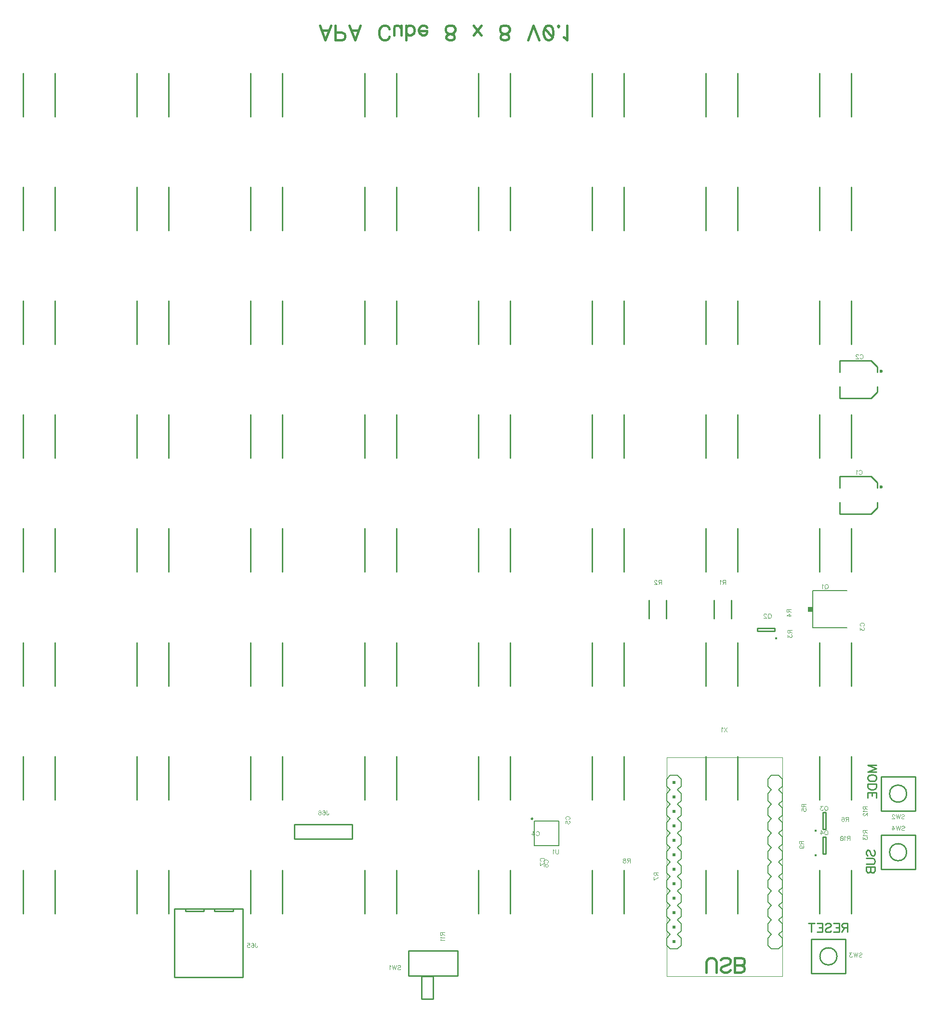
<source format=gbr>
G04 DipTrace 3.2.0.1*
G04 BottomSilk.gbr*
%MOIN*%
G04 #@! TF.FileFunction,Legend,Bot*
G04 #@! TF.Part,Single*
%ADD10C,0.009843*%
%ADD18C,0.023606*%
%ADD29C,0.008*%
%ADD33C,0.015404*%
%ADD35C,0.015422*%
%ADD43C,0.005*%
%ADD44C,0.01*%
%ADD48C,0.001312*%
%ADD111C,0.004632*%
%ADD112C,0.009264*%
%ADD113C,0.015439*%
%FSLAX26Y26*%
G04*
G70*
G90*
G75*
G01*
G04 BotSilk*
%LPD*%
X6530140Y3861421D2*
D10*
X6530107Y3780714D1*
X6530140Y3861421D2*
X6746645D1*
X6789939Y3818106D2*
X6746645Y3861421D1*
X6789939Y3818106D2*
Y3780714D1*
X6530107Y3682286D2*
X6530140Y3601579D1*
X6746645D1*
X6789939Y3644894D2*
X6746645Y3601579D1*
X6789939Y3682286D2*
Y3644894D1*
D18*
X6813594Y3788574D3*
X6530140Y4661421D2*
D10*
X6530107Y4580714D1*
X6530140Y4661421D2*
X6746645D1*
X6789939Y4618106D2*
X6746645Y4661421D1*
X6789939Y4618106D2*
Y4580714D1*
X6530107Y4482286D2*
X6530140Y4401579D1*
X6746645D1*
X6789939Y4444894D2*
X6746645Y4401579D1*
X6789939Y4482286D2*
Y4444894D1*
D18*
X6813594Y4588574D3*
X6609906Y1138106D2*
D10*
Y838083D1*
X6389906Y1138106D2*
Y838083D1*
X5822504Y1138106D2*
Y838083D1*
X5602504Y1138106D2*
Y838083D1*
X5035102Y1138106D2*
Y838083D1*
X4815102Y1138106D2*
Y838083D1*
X4247701Y1138106D2*
Y838083D1*
X4027701Y1138106D2*
Y838083D1*
X3460299Y1138106D2*
Y838083D1*
X3240299Y1138106D2*
Y838083D1*
X2672898Y1138106D2*
Y838083D1*
X2452898Y1138106D2*
Y838083D1*
X1885496Y1138106D2*
Y838083D1*
X1665496Y1138106D2*
Y838083D1*
X1098094Y1138106D2*
Y838083D1*
X878094Y1138106D2*
Y838083D1*
X6609906Y1925507D2*
Y1625485D1*
X6389906Y1925507D2*
Y1625485D1*
X5822504Y1925507D2*
Y1625485D1*
X5602504Y1925507D2*
Y1625485D1*
X5035102Y1925507D2*
Y1625485D1*
X4815102Y1925507D2*
Y1625485D1*
X4247701Y1925507D2*
Y1625485D1*
X4027701Y1925507D2*
Y1625485D1*
X3460299Y1925507D2*
Y1625485D1*
X3240299Y1925507D2*
Y1625485D1*
X2672898Y1925507D2*
Y1625485D1*
X2452898Y1925507D2*
Y1625485D1*
X1885496Y1925507D2*
Y1625485D1*
X1665496Y1925507D2*
Y1625485D1*
X1098094Y1925507D2*
Y1625485D1*
X878094Y1925507D2*
Y1625485D1*
X6609906Y2712909D2*
Y2412886D1*
X6389906Y2712909D2*
Y2412886D1*
X5822504Y2712909D2*
Y2412886D1*
X5602504Y2712909D2*
Y2412886D1*
X5035102Y2712909D2*
Y2412886D1*
X4815102Y2712909D2*
Y2412886D1*
X4247701Y2712909D2*
Y2412886D1*
X4027701Y2712909D2*
Y2412886D1*
X3460299Y2712909D2*
Y2412886D1*
X3240299Y2712909D2*
Y2412886D1*
X2672898Y2712909D2*
Y2412886D1*
X2452898Y2712909D2*
Y2412886D1*
X1885496Y2712909D2*
Y2412886D1*
X1665496Y2712909D2*
Y2412886D1*
X1098094Y2712909D2*
Y2412886D1*
X878094Y2712909D2*
Y2412886D1*
X6609906Y3500310D2*
Y3200288D1*
X6389906Y3500310D2*
Y3200288D1*
X5822504Y3500310D2*
Y3200288D1*
X5602504Y3500310D2*
Y3200288D1*
X5035102Y3500310D2*
Y3200288D1*
X4815102Y3500310D2*
Y3200288D1*
X4247701Y3500310D2*
Y3200288D1*
X4027701Y3500310D2*
Y3200288D1*
X3460299Y3500310D2*
Y3200288D1*
X3240299Y3500310D2*
Y3200288D1*
X2672898Y3500310D2*
Y3200288D1*
X2452898Y3500310D2*
Y3200288D1*
X1885496Y3500310D2*
Y3200288D1*
X1665496Y3500310D2*
Y3200288D1*
X1098094Y3500310D2*
Y3200288D1*
X878094Y3500310D2*
Y3200288D1*
X6609906Y4287712D2*
Y3987690D1*
X6389906Y4287712D2*
Y3987690D1*
X5822504Y4287712D2*
Y3987690D1*
X5602504Y4287712D2*
Y3987690D1*
X5035102Y4287712D2*
Y3987690D1*
X4815102Y4287712D2*
Y3987690D1*
X4247701Y4287712D2*
Y3987690D1*
X4027701Y4287712D2*
Y3987690D1*
X3460299Y4287712D2*
Y3987690D1*
X3240299Y4287712D2*
Y3987690D1*
X2672898Y4287712D2*
Y3987690D1*
X2452898Y4287712D2*
Y3987690D1*
X1885496Y4287712D2*
Y3987690D1*
X1665496Y4287712D2*
Y3987690D1*
X1098094Y4287712D2*
Y3987690D1*
X878094Y4287712D2*
Y3987690D1*
X6609906Y5075114D2*
Y4775091D1*
X6389906Y5075114D2*
Y4775091D1*
X5822504Y5075114D2*
Y4775091D1*
X5602504Y5075114D2*
Y4775091D1*
X5035102Y5075114D2*
Y4775091D1*
X4815102Y5075114D2*
Y4775091D1*
X4247701Y5075114D2*
Y4775091D1*
X4027701Y5075114D2*
Y4775091D1*
X3460299Y5075114D2*
Y4775091D1*
X3240299Y5075114D2*
Y4775091D1*
X2672898Y5075114D2*
Y4775091D1*
X2452898Y5075114D2*
Y4775091D1*
X1885496Y5075114D2*
Y4775091D1*
X1665496Y5075114D2*
Y4775091D1*
X1098094Y5075114D2*
Y4775091D1*
X878094Y5075114D2*
Y4775091D1*
X6609906Y5862515D2*
Y5562493D1*
X6389906Y5862515D2*
Y5562493D1*
X5822504Y5862515D2*
Y5562493D1*
X5602504Y5862515D2*
Y5562493D1*
X5035102Y5862515D2*
Y5562493D1*
X4815102Y5862515D2*
Y5562493D1*
X4247701Y5862515D2*
Y5562493D1*
X4027701Y5862515D2*
Y5562493D1*
X3460299Y5862515D2*
Y5562493D1*
X3240299Y5862515D2*
Y5562493D1*
X2672898Y5862515D2*
Y5562493D1*
X2452898Y5862515D2*
Y5562493D1*
X1885496Y5862515D2*
Y5562493D1*
X1665496Y5862515D2*
Y5562493D1*
X1098094Y5862515D2*
Y5562493D1*
X878094Y5862515D2*
Y5562493D1*
X6609906Y6649917D2*
Y6349894D1*
X6389906Y6649917D2*
Y6349894D1*
X5822504Y6649917D2*
Y6349894D1*
X5602504Y6649917D2*
Y6349894D1*
X5035102Y6649917D2*
Y6349894D1*
X4815102Y6649917D2*
Y6349894D1*
X4247701Y6649917D2*
Y6349894D1*
X4027701Y6649917D2*
Y6349894D1*
X3460299Y6649917D2*
Y6349894D1*
X3240299Y6649917D2*
Y6349894D1*
X2672898Y6649917D2*
Y6349894D1*
X2452898Y6649917D2*
Y6349894D1*
X1885496Y6649917D2*
Y6349894D1*
X1665496Y6649917D2*
Y6349894D1*
X1098094Y6649917D2*
Y6349894D1*
X878094Y6649917D2*
Y6349894D1*
X2398971Y872220D2*
X1926530D1*
Y399780D1*
X2398971D1*
Y872220D1*
X2000751Y870000D2*
Y856016D1*
X2128735D1*
Y870000D1*
X2202766D2*
Y856016D1*
X2330751D1*
Y870000D1*
X3156518Y1456505D2*
X2756482D1*
Y1356500D1*
X3156518D1*
Y1456505D1*
X6579428Y3071628D2*
D29*
X6343435D1*
Y2813606D1*
X6579428Y2813632D1*
G36*
X6309438Y2925625D2*
X6339466D1*
Y2959609D1*
X6309438D1*
Y2925625D1*
G37*
D33*
X6087349Y2741791D3*
X6078148Y2791933D2*
D10*
X5960043D1*
Y2811618D1*
X6078148D1*
Y2791933D1*
D35*
X6360540Y1411621D3*
X6410682Y1420822D2*
D10*
Y1538927D1*
X6430368D1*
Y1420822D1*
X6410682D1*
D35*
X6360540Y1242870D3*
X6410682Y1252071D2*
D10*
Y1370176D1*
X6430368D1*
Y1252071D1*
X6410682D1*
X5778087Y2878807D2*
Y3004665D1*
X5659913Y2878807D2*
Y3004665D1*
X5328087Y2878807D2*
Y3004665D1*
X5209913Y2878807D2*
Y3004665D1*
X3545969Y580614D2*
X3884551D1*
Y407398D1*
X3545969D1*
Y580614D1*
X3715260Y406203D2*
X3636520D1*
Y248719D1*
X3715260D1*
Y406203D1*
X7050693Y1549803D2*
X6814472D1*
Y1786031D1*
X7050693D1*
Y1549803D1*
X6873528Y1667917D2*
G02X6873528Y1667917I59055J0D01*
G01*
X6332382Y424807D2*
X6568610D1*
Y661028D1*
X6332382D1*
Y424807D1*
X6391439Y542917D2*
G02X6391439Y542917I59057J0D01*
G01*
X7050693Y1144882D2*
X6814472D1*
Y1381110D1*
X7050693D1*
Y1144882D1*
X6873528Y1262996D2*
G02X6873528Y1262996I59055J0D01*
G01*
X4584751Y1478353D2*
D43*
X4415454D1*
Y1309056D1*
X4584751D1*
Y1478353D1*
X4395764Y1494098D2*
G02X4395764Y1494098I3946J0D01*
G01*
X4394144D2*
D44*
G02X4394144Y1494098I5566J0D01*
G01*
X5431442Y1218945D2*
D29*
Y1269090D1*
X5406512Y1293994D1*
X5356472D2*
X5331542Y1269090D1*
X5406512Y1093918D2*
X5431442Y1118990D1*
Y1168967D1*
X5406512Y1194040D1*
X5356472D2*
X5331542Y1168967D1*
Y1118990D1*
X5356472Y1093918D1*
X5431442Y1218945D2*
X5406512Y1194040D1*
X5356472D2*
X5331542Y1218945D1*
Y1269090D2*
Y1218945D1*
X5431442Y918913D2*
Y969059D1*
X5406512Y993963D1*
X5356472D2*
X5331542Y969059D1*
X5406512Y993963D2*
X5431442Y1018868D1*
Y1069013D1*
X5406512Y1093918D1*
X5356472D2*
X5331542Y1069013D1*
Y1018868D1*
X5356472Y993963D1*
X5406512Y794055D2*
X5431442Y818959D1*
Y869105D1*
X5406512Y894009D1*
X5356472D2*
X5331542Y869105D1*
Y818959D1*
X5356472Y794055D1*
X5431442Y918913D2*
X5406512Y894009D1*
X5356472D2*
X5331542Y918913D1*
Y969059D2*
Y918913D1*
X5431442Y618882D2*
Y669028D1*
X5406512Y693932D1*
X5356472D2*
X5331542Y669028D1*
X5406512Y693932D2*
X5431442Y719005D1*
Y768982D1*
X5406512Y794055D1*
X5356472D2*
X5331542Y768982D1*
Y719005D1*
X5356472Y693932D1*
X5406512Y593810D2*
X5356472D1*
X5431442Y618882D2*
X5406512Y593810D1*
X5356472D2*
X5331542Y618882D1*
Y669028D2*
Y618882D1*
X5431442Y1319067D2*
Y1369044D1*
X5406512Y1394117D1*
X5356472D2*
X5331542Y1369044D1*
X5431442Y1319067D2*
X5406512Y1293994D1*
X5356472D2*
X5331542Y1319067D1*
Y1369044D2*
Y1319067D1*
X5431442Y1419021D2*
Y1468999D1*
X5406512Y1494071D1*
X5356472D2*
X5331542Y1468999D1*
X5431442Y1419021D2*
X5406512Y1394117D1*
X5356472D2*
X5331542Y1419021D1*
Y1468999D2*
Y1419021D1*
X5431442Y1518976D2*
Y1568953D1*
X5406512Y1594026D1*
X5356472D2*
X5331542Y1568953D1*
X5431442Y1518976D2*
X5406512Y1494071D1*
X5356472D2*
X5331542Y1518976D1*
Y1568953D2*
Y1518976D1*
X5431442Y1619098D2*
Y1668907D1*
X5406512Y1693980D1*
X5356472D2*
X5331542Y1668907D1*
X5431442Y1619098D2*
X5406512Y1594026D1*
X5356472D2*
X5331542Y1619098D1*
Y1668907D2*
Y1619098D1*
X5431442Y1719053D2*
Y1769030D1*
X5406512Y1793934D1*
X5356472D1*
X5331542Y1769030D1*
X5431442Y1719053D2*
X5406512Y1693980D1*
X5356472D2*
X5331542Y1719053D1*
Y1769030D2*
Y1719053D1*
G36*
X5371502Y1233921D2*
X5391482D1*
Y1253945D1*
X5371502D1*
Y1233921D1*
G37*
G36*
Y1133967D2*
X5391482D1*
Y1153991D1*
X5371502D1*
Y1133967D1*
G37*
G36*
Y1034012D2*
X5391482D1*
Y1054037D1*
X5371502D1*
Y1034012D1*
G37*
G36*
Y933890D2*
X5391482D1*
Y954082D1*
X5371502D1*
Y933890D1*
G37*
G36*
Y833767D2*
X5391482D1*
Y853960D1*
X5371502D1*
Y833767D1*
G37*
G36*
Y733981D2*
X5391482D1*
Y754006D1*
X5371502D1*
Y733981D1*
G37*
G36*
Y634027D2*
X5391482D1*
Y654051D1*
X5371502D1*
Y634027D1*
G37*
G36*
Y1333875D2*
X5391482D1*
Y1353900D1*
X5371502D1*
Y1333875D1*
G37*
G36*
Y1433998D2*
X5391482D1*
Y1454022D1*
X5371502D1*
Y1433998D1*
G37*
G36*
Y1533952D2*
X5391482D1*
Y1553977D1*
X5371502D1*
Y1533952D1*
G37*
G36*
Y1634075D2*
X5391482D1*
Y1653931D1*
X5371502D1*
Y1634075D1*
G37*
G36*
Y1734029D2*
X5391482D1*
Y1754053D1*
X5371502D1*
Y1734029D1*
G37*
X6131462Y1218945D2*
D29*
Y1269090D1*
X6106442Y1293994D1*
X6056402D2*
X6031382Y1269090D1*
X6106442Y1093918D2*
X6131462Y1118990D1*
Y1168967D1*
X6106442Y1194040D1*
X6056402D2*
X6031382Y1168967D1*
Y1118990D1*
X6056402Y1093918D1*
X6131462Y1218945D2*
X6106442Y1194040D1*
X6056402D2*
X6031382Y1218945D1*
Y1269090D2*
Y1218945D1*
X6131462Y918913D2*
Y969059D1*
X6106442Y993963D1*
X6056402D2*
X6031382Y969059D1*
X6106442Y993963D2*
X6131462Y1018868D1*
Y1069013D1*
X6106442Y1093918D1*
X6056402D2*
X6031382Y1069013D1*
Y1018868D1*
X6056402Y993963D1*
X6106442Y794055D2*
X6131462Y818959D1*
Y869105D1*
X6106442Y894009D1*
X6056402D2*
X6031382Y869105D1*
Y818959D1*
X6056402Y794055D1*
X6131462Y918913D2*
X6106442Y894009D1*
X6056402D2*
X6031382Y918913D1*
Y969059D2*
Y918913D1*
X6131462Y618882D2*
Y669028D1*
X6106442Y693932D1*
X6056402D2*
X6031382Y669028D1*
X6106442Y693932D2*
X6131462Y719005D1*
Y768982D1*
X6106442Y794055D1*
X6056402D2*
X6031382Y768982D1*
Y719005D1*
X6056402Y693932D1*
X6106442Y593810D2*
X6056402D1*
X6131462Y618882D2*
X6106442Y593810D1*
X6056402D2*
X6031382Y618882D1*
Y669028D2*
Y618882D1*
X6131462Y1319067D2*
Y1369044D1*
X6106442Y1394117D1*
X6056402D2*
X6031382Y1369044D1*
X6131462Y1319067D2*
X6106442Y1293994D1*
X6056402D2*
X6031382Y1319067D1*
Y1369044D2*
Y1319067D1*
X6131462Y1419021D2*
Y1468999D1*
X6106442Y1494071D1*
X6056402D2*
X6031382Y1468999D1*
X6131462Y1419021D2*
X6106442Y1394117D1*
X6056402D2*
X6031382Y1419021D1*
Y1468999D2*
Y1419021D1*
X6131462Y1518976D2*
Y1568953D1*
X6106442Y1594026D1*
X6056402D2*
X6031382Y1568953D1*
X6131462Y1518976D2*
X6106442Y1494071D1*
X6056402D2*
X6031382Y1518976D1*
Y1568953D2*
Y1518976D1*
X6131462Y1619098D2*
Y1668907D1*
X6106442Y1693980D1*
X6056402D2*
X6031382Y1668907D1*
X6131462Y1619098D2*
X6106442Y1594026D1*
X6056402D2*
X6031382Y1619098D1*
Y1668907D2*
Y1619098D1*
X6131462Y1719053D2*
Y1769030D1*
X6106442Y1793934D1*
X6056402D1*
X6031382Y1769030D1*
X6131462Y1719053D2*
X6106442Y1693980D1*
X6056402D2*
X6031382Y1719053D1*
Y1769030D2*
Y1719053D1*
X6131822Y403997D2*
D48*
X5331902D1*
Y1918961D1*
X6131822D1*
Y403997D1*
X6660957Y3898192D2*
D111*
X6662383Y3901044D1*
X6665268Y3903929D1*
X6668120Y3905355D1*
X6673857D1*
X6676742Y3903929D1*
X6679594Y3901044D1*
X6681053Y3898192D1*
X6682479Y3893881D1*
Y3886685D1*
X6681053Y3882407D1*
X6679594Y3879522D1*
X6676742Y3876670D1*
X6673857Y3875211D1*
X6668120D1*
X6665268Y3876670D1*
X6662383Y3879522D1*
X6660957Y3882407D1*
X6651693Y3899585D2*
X6648808Y3901044D1*
X6644497Y3905322D1*
Y3875211D1*
X6667407Y4698192D2*
X6668833Y4701044D1*
X6671718Y4703929D1*
X6674570Y4705355D1*
X6680307D1*
X6683192Y4703929D1*
X6686044Y4701044D1*
X6687503Y4698192D1*
X6688929Y4693881D1*
Y4686685D1*
X6687503Y4682407D1*
X6686044Y4679522D1*
X6683192Y4676670D1*
X6680307Y4675211D1*
X6674570D1*
X6671718Y4676670D1*
X6668833Y4679522D1*
X6667407Y4682407D1*
X6656684Y4698159D2*
Y4699585D1*
X6655258Y4702470D1*
X6653832Y4703896D1*
X6650947Y4705322D1*
X6645210D1*
X6642358Y4703896D1*
X6640933Y4702470D1*
X6639473Y4699585D1*
Y4696733D1*
X6640933Y4693848D1*
X6643784Y4689570D1*
X6658143Y4675211D1*
X6638047D1*
X6675044Y2826954D2*
X6672192Y2828380D1*
X6669307Y2831265D1*
X6667881Y2834117D1*
Y2839854D1*
X6669307Y2842739D1*
X6672192Y2845591D1*
X6675044Y2847050D1*
X6679355Y2848476D1*
X6686551D1*
X6690829Y2847050D1*
X6693714Y2845591D1*
X6696566Y2842739D1*
X6698025Y2839854D1*
Y2834117D1*
X6696566Y2831265D1*
X6693714Y2828380D1*
X6690829Y2826954D1*
X6667914Y2814806D2*
Y2799054D1*
X6679388Y2807643D1*
Y2803332D1*
X6680814Y2800480D1*
X6682240Y2799054D1*
X6686551Y2797595D1*
X6689403D1*
X6693714Y2799054D1*
X6696599Y2801906D1*
X6698025Y2806217D1*
Y2810528D1*
X6696599Y2814806D1*
X6695140Y2816232D1*
X6692288Y2817691D1*
X4427667Y1400456D2*
X4429093Y1403308D1*
X4431978Y1406193D1*
X4434830Y1407619D1*
X4440567D1*
X4443452Y1406193D1*
X4446304Y1403308D1*
X4447763Y1400456D1*
X4449189Y1396145D1*
Y1388949D1*
X4447763Y1384671D1*
X4446304Y1381786D1*
X4443452Y1378934D1*
X4440567Y1377475D1*
X4434830D1*
X4431978Y1378934D1*
X4429093Y1381786D1*
X4427667Y1384671D1*
X4404045Y1377475D2*
Y1407586D1*
X4418404Y1387523D1*
X4396882D1*
X4637544Y1489454D2*
X4634692Y1490880D1*
X4631807Y1493765D1*
X4630381Y1496617D1*
Y1502354D1*
X4631807Y1505239D1*
X4634692Y1508091D1*
X4637544Y1509550D1*
X4641855Y1510976D1*
X4649051D1*
X4653329Y1509550D1*
X4656214Y1508091D1*
X4659066Y1505239D1*
X4660525Y1502354D1*
Y1496617D1*
X4659066Y1493765D1*
X4656214Y1490880D1*
X4653329Y1489454D1*
X4630414Y1462980D2*
Y1477306D1*
X4643314Y1478732D1*
X4641888Y1477306D1*
X4640429Y1472995D1*
Y1468717D1*
X4641888Y1464406D1*
X4644740Y1461521D1*
X4649051Y1460095D1*
X4651903D1*
X4656214Y1461521D1*
X4659099Y1464406D1*
X4660525Y1468717D1*
Y1472995D1*
X4659099Y1477306D1*
X4657640Y1478732D1*
X4654788Y1480191D1*
X4487544Y1188725D2*
X4484692Y1190151D1*
X4481807Y1193036D1*
X4480381Y1195888D1*
Y1201625D1*
X4481807Y1204510D1*
X4484692Y1207362D1*
X4487544Y1208821D1*
X4491855Y1210247D1*
X4499051D1*
X4503329Y1208821D1*
X4506214Y1207362D1*
X4509066Y1204510D1*
X4510525Y1201625D1*
Y1195888D1*
X4509066Y1193036D1*
X4506214Y1190151D1*
X4503329Y1188725D1*
X4484692Y1162250D2*
X4481840Y1163676D1*
X4480414Y1167987D1*
Y1170839D1*
X4481840Y1175150D1*
X4486151Y1178035D1*
X4493314Y1179461D1*
X4500477D1*
X4506214Y1178035D1*
X4509099Y1175150D1*
X4510525Y1170839D1*
Y1169413D1*
X4509099Y1165135D1*
X4506214Y1162250D1*
X4501903Y1160824D1*
X4500477D1*
X4496166Y1162250D1*
X4493314Y1165135D1*
X4491888Y1169413D1*
Y1170839D1*
X4493314Y1175150D1*
X4496166Y1178035D1*
X4500477Y1179461D1*
X4462544Y1201954D2*
X4459692Y1203380D1*
X4456807Y1206265D1*
X4455381Y1209117D1*
Y1214854D1*
X4456807Y1217739D1*
X4459692Y1220591D1*
X4462544Y1222050D1*
X4466855Y1223476D1*
X4474051D1*
X4478329Y1222050D1*
X4481214Y1220591D1*
X4484066Y1217739D1*
X4485525Y1214854D1*
Y1209117D1*
X4484066Y1206265D1*
X4481214Y1203380D1*
X4478329Y1201954D1*
X4485525Y1186954D2*
X4455414Y1172595D1*
Y1192691D1*
X2484201Y634905D2*
Y611957D1*
X2485627Y607646D1*
X2487086Y606220D1*
X2489938Y604761D1*
X2492823D1*
X2495675Y606220D1*
X2497101Y607646D1*
X2498560Y611957D1*
Y614809D1*
X2457727Y630594D2*
X2459153Y633446D1*
X2463464Y634872D1*
X2466316D1*
X2470627Y633446D1*
X2473512Y629135D1*
X2474938Y621972D1*
Y614809D1*
X2473512Y609072D1*
X2470627Y606187D1*
X2466316Y604761D1*
X2464890D1*
X2460612Y606187D1*
X2457727Y609072D1*
X2456301Y613383D1*
Y614809D1*
X2457727Y619120D1*
X2460612Y621972D1*
X2464890Y623398D1*
X2466316D1*
X2470627Y621972D1*
X2473512Y619120D1*
X2474938Y614809D1*
X2429826Y634872D2*
X2444152D1*
X2445578Y621972D1*
X2444152Y623398D1*
X2439841Y624857D1*
X2435563D1*
X2431252Y623398D1*
X2428367Y620546D1*
X2426941Y616235D1*
Y613383D1*
X2428367Y609072D1*
X2431252Y606187D1*
X2435563Y604761D1*
X2439841D1*
X2444152Y606187D1*
X2445578Y607646D1*
X2447037Y610498D1*
X2977221Y1550434D2*
Y1527486D1*
X2978647Y1523175D1*
X2980106Y1521749D1*
X2982958Y1520290D1*
X2985843D1*
X2988695Y1521749D1*
X2990121Y1523175D1*
X2991580Y1527486D1*
Y1530338D1*
X2950746Y1546123D2*
X2952172Y1548975D1*
X2956483Y1550401D1*
X2959335D1*
X2963646Y1548975D1*
X2966531Y1544664D1*
X2967957Y1537501D1*
Y1530338D1*
X2966531Y1524601D1*
X2963646Y1521716D1*
X2959335Y1520290D1*
X2957909D1*
X2953632Y1521716D1*
X2950746Y1524601D1*
X2949320Y1528912D1*
Y1530338D1*
X2950746Y1534649D1*
X2953632Y1537501D1*
X2957909Y1538927D1*
X2959335D1*
X2963646Y1537501D1*
X2966531Y1534649D1*
X2967957Y1530338D1*
X2922846Y1546123D2*
X2924272Y1548975D1*
X2928583Y1550401D1*
X2931435D1*
X2935746Y1548975D1*
X2938631Y1544664D1*
X2940057Y1537501D1*
Y1530338D1*
X2938631Y1524601D1*
X2935746Y1521716D1*
X2931435Y1520290D1*
X2930009D1*
X2925731Y1521716D1*
X2922846Y1524601D1*
X2921420Y1528912D1*
Y1530338D1*
X2922846Y1534649D1*
X2925731Y1537501D1*
X2930009Y1538927D1*
X2931435D1*
X2935746Y1537501D1*
X2938631Y1534649D1*
X2940057Y1530338D1*
X6439547Y3115587D2*
X6442399Y3114195D1*
X6445284Y3111310D1*
X6446710Y3108424D1*
X6448169Y3104113D1*
Y3096951D1*
X6446710Y3092639D1*
X6445284Y3089788D1*
X6442399Y3086903D1*
X6439547Y3085477D1*
X6433810D1*
X6430925Y3086903D1*
X6428073Y3089788D1*
X6426647Y3092639D1*
X6425188Y3096951D1*
Y3104113D1*
X6426647Y3108424D1*
X6428073Y3111310D1*
X6430925Y3114195D1*
X6433810Y3115587D1*
X6439547D1*
X6435236Y3091214D2*
X6426647Y3082591D1*
X6415925Y3109817D2*
X6413039Y3111276D1*
X6408728Y3115554D1*
Y3085443D1*
X6045096Y2911654D2*
X6047947Y2910262D1*
X6050832Y2907376D1*
X6052258Y2904491D1*
X6053718Y2900180D1*
Y2893017D1*
X6052258Y2888706D1*
X6050832Y2885854D1*
X6047947Y2882969D1*
X6045096Y2881543D1*
X6039359D1*
X6036473Y2882969D1*
X6033622Y2885854D1*
X6032196Y2888706D1*
X6030736Y2893017D1*
Y2900180D1*
X6032196Y2904491D1*
X6033622Y2907376D1*
X6036473Y2910262D1*
X6039359Y2911654D1*
X6045096D1*
X6040784Y2887280D2*
X6032196Y2878658D1*
X6020014Y2904458D2*
Y2905884D1*
X6018588Y2908769D1*
X6017162Y2910195D1*
X6014277Y2911621D1*
X6008540D1*
X6005688Y2910195D1*
X6004262Y2908769D1*
X6002803Y2905884D1*
Y2903032D1*
X6004262Y2900147D1*
X6007114Y2895869D1*
X6021473Y2881510D1*
X6001377D1*
X6437198Y1582860D2*
X6440050Y1581468D1*
X6442935Y1578582D1*
X6444361Y1575697D1*
X6445820Y1571386D1*
Y1564223D1*
X6444361Y1559912D1*
X6442935Y1557061D1*
X6440050Y1554175D1*
X6437198Y1552750D1*
X6431461D1*
X6428576Y1554175D1*
X6425724Y1557061D1*
X6424298Y1559912D1*
X6422839Y1564223D1*
Y1571386D1*
X6424298Y1575697D1*
X6425724Y1578582D1*
X6428576Y1581468D1*
X6431461Y1582860D1*
X6437198D1*
X6432887Y1558486D2*
X6424298Y1549864D1*
X6410690Y1582827D2*
X6394938D1*
X6403527Y1571353D1*
X6399216D1*
X6396364Y1569927D1*
X6394938Y1568501D1*
X6393479Y1564190D1*
Y1561338D1*
X6394938Y1557027D1*
X6397790Y1554142D1*
X6402101Y1552716D1*
X6406412D1*
X6410690Y1554142D1*
X6412116Y1555601D1*
X6413575Y1558453D1*
X6437911Y1414110D2*
X6440763Y1412717D1*
X6443648Y1409832D1*
X6445074Y1406947D1*
X6446533Y1402636D1*
Y1395473D1*
X6445074Y1391162D1*
X6443648Y1388310D1*
X6440763Y1385425D1*
X6437911Y1383999D1*
X6432174D1*
X6429289Y1385425D1*
X6426437Y1388310D1*
X6425011Y1391162D1*
X6423552Y1395473D1*
Y1402636D1*
X6425011Y1406947D1*
X6426437Y1409832D1*
X6429289Y1412717D1*
X6432174Y1414110D1*
X6437911D1*
X6433600Y1389736D2*
X6425011Y1381114D1*
X6399929Y1383966D2*
Y1414077D1*
X6414288Y1394014D1*
X6392766D1*
X5737278Y3129480D2*
X5724378D1*
X5720067Y3130939D1*
X5718608Y3132365D1*
X5717182Y3135217D1*
Y3138102D1*
X5718608Y3140954D1*
X5720067Y3142413D1*
X5724378Y3143839D1*
X5737278D1*
Y3113695D1*
X5727230Y3129480D2*
X5717182Y3113695D1*
X5707918Y3138069D2*
X5705033Y3139528D1*
X5700722Y3143806D1*
Y3113695D1*
X5293728Y3129480D2*
X5280828D1*
X5276517Y3130939D1*
X5275058Y3132365D1*
X5273632Y3135217D1*
Y3138102D1*
X5275058Y3140954D1*
X5276517Y3142413D1*
X5280828Y3143839D1*
X5293728D1*
Y3113695D1*
X5283680Y3129480D2*
X5273632Y3113695D1*
X5262909Y3136643D2*
Y3138069D1*
X5261483Y3140954D1*
X5260057Y3142380D1*
X5257172Y3143806D1*
X5251435D1*
X5248583Y3142380D1*
X5247157Y3140954D1*
X5245698Y3138069D1*
Y3135217D1*
X5247157Y3132332D1*
X5250009Y3128054D1*
X5264368Y3113695D1*
X5244272D1*
X6182240Y2797763D2*
Y2784863D1*
X6180781Y2780552D1*
X6179355Y2779093D1*
X6176503Y2777667D1*
X6173618D1*
X6170766Y2779093D1*
X6169307Y2780552D1*
X6167881Y2784863D1*
Y2797763D1*
X6198025D1*
X6182240Y2787715D2*
X6198025Y2777667D1*
X6167914Y2765519D2*
Y2749767D1*
X6179388Y2758356D1*
Y2754045D1*
X6180814Y2751193D1*
X6182240Y2749767D1*
X6186551Y2748308D1*
X6189403D1*
X6193714Y2749767D1*
X6196599Y2752619D1*
X6198025Y2756930D1*
Y2761241D1*
X6196599Y2765519D1*
X6195140Y2766945D1*
X6192288Y2768404D1*
X6175990Y2942227D2*
Y2929327D1*
X6174530Y2925016D1*
X6173104Y2923557D1*
X6170253Y2922131D1*
X6167368D1*
X6164516Y2923557D1*
X6163056Y2925016D1*
X6161631Y2929327D1*
Y2942227D1*
X6191774D1*
X6175990Y2932179D2*
X6191775Y2922131D1*
Y2898508D2*
X6161664D1*
X6181727Y2912867D1*
X6181726Y2891345D1*
X6279731Y1595850D2*
Y1582950D1*
X6278272Y1578639D1*
X6276846Y1577180D1*
X6273994Y1575754D1*
X6271109D1*
X6268257Y1577180D1*
X6266798Y1578639D1*
X6265372Y1582950D1*
Y1595850D1*
X6295516D1*
X6279731Y1585802D2*
X6295516Y1575754D1*
X6265405Y1549279D2*
Y1563605D1*
X6278305Y1565031D1*
X6276879Y1563605D1*
X6275420Y1559294D1*
Y1555016D1*
X6276879Y1550705D1*
X6279731Y1547820D1*
X6284042Y1546394D1*
X6286894D1*
X6291205Y1547820D1*
X6294090Y1550705D1*
X6295516Y1555016D1*
Y1559294D1*
X6294090Y1563605D1*
X6292631Y1565031D1*
X6289779Y1566490D1*
X6588963Y1491730D2*
X6576063D1*
X6571752Y1493189D1*
X6570293Y1494615D1*
X6568867Y1497467D1*
Y1500352D1*
X6570293Y1503204D1*
X6571752Y1504663D1*
X6576063Y1506089D1*
X6588963D1*
Y1475945D1*
X6578915Y1491730D2*
X6568867Y1475945D1*
X6542392Y1501778D2*
X6543818Y1504630D1*
X6548129Y1506056D1*
X6550981D1*
X6555292Y1504630D1*
X6558177Y1500319D1*
X6559603Y1493156D1*
Y1485993D1*
X6558177Y1480256D1*
X6555292Y1477371D1*
X6550981Y1475945D1*
X6549555D1*
X6545277Y1477371D1*
X6542392Y1480256D1*
X6540966Y1484567D1*
Y1485993D1*
X6542392Y1490304D1*
X6545277Y1493156D1*
X6549555Y1494582D1*
X6550981D1*
X6555292Y1493156D1*
X6558177Y1490304D1*
X6559603Y1485993D1*
X5257240Y1122763D2*
Y1109863D1*
X5255781Y1105552D1*
X5254355Y1104093D1*
X5251503Y1102667D1*
X5248618D1*
X5245766Y1104093D1*
X5244307Y1105552D1*
X5242881Y1109863D1*
Y1122763D1*
X5273025D1*
X5257240Y1112715D2*
X5273025Y1102667D1*
Y1087667D2*
X5242914Y1073308D1*
Y1093404D1*
X5077176Y1205760D2*
X5064276D1*
X5059965Y1207219D1*
X5058506Y1208645D1*
X5057080Y1211497D1*
Y1214382D1*
X5058506Y1217234D1*
X5059965Y1218693D1*
X5064276Y1220119D1*
X5077176D1*
Y1189975D1*
X5067128Y1205760D2*
X5057080Y1189975D1*
X5040653Y1220086D2*
X5044931Y1218660D1*
X5046390Y1215808D1*
Y1212923D1*
X5044931Y1210071D1*
X5042079Y1208612D1*
X5036342Y1207186D1*
X5032031Y1205760D1*
X5029179Y1202875D1*
X5027753Y1200023D1*
Y1195712D1*
X5029179Y1192860D1*
X5030605Y1191401D1*
X5034916Y1189975D1*
X5040653D1*
X5044931Y1191401D1*
X5046390Y1192860D1*
X5047816Y1195712D1*
Y1200023D1*
X5046390Y1202875D1*
X5043505Y1205760D1*
X5039227Y1207186D1*
X5033490Y1208612D1*
X5030605Y1210071D1*
X5029179Y1212923D1*
Y1215808D1*
X5030605Y1218660D1*
X5034916Y1220086D1*
X5040653D1*
X6263491Y1339268D2*
Y1326368D1*
X6262032Y1322057D1*
X6260606Y1320598D1*
X6257754Y1319172D1*
X6254869D1*
X6252017Y1320598D1*
X6250558Y1322057D1*
X6249132Y1326368D1*
Y1339268D1*
X6279276D1*
X6263491Y1329220D2*
X6279276Y1319172D1*
X6259180Y1291239D2*
X6263491Y1292698D1*
X6266376Y1295550D1*
X6267802Y1299861D1*
Y1301287D1*
X6266376Y1305598D1*
X6263491Y1308450D1*
X6259180Y1309909D1*
X6257754D1*
X6253443Y1308450D1*
X6250591Y1305598D1*
X6249165Y1301287D1*
Y1299861D1*
X6250591Y1295550D1*
X6253443Y1292698D1*
X6259180Y1291239D1*
X6266376D1*
X6273539Y1292698D1*
X6277850Y1295550D1*
X6279276Y1299861D1*
Y1302713D1*
X6277850Y1307024D1*
X6274965Y1308449D1*
X6597922Y1360479D2*
X6585022D1*
X6580711Y1361938D1*
X6579252Y1363364D1*
X6577826Y1366216D1*
Y1369101D1*
X6579252Y1371953D1*
X6580711Y1373412D1*
X6585022Y1374838D1*
X6597922D1*
Y1344694D1*
X6587874Y1360479D2*
X6577826Y1344694D1*
X6568563Y1369068D2*
X6565678Y1370527D1*
X6561367Y1374805D1*
Y1344694D1*
X6543481Y1374805D2*
X6547792Y1373379D1*
X6550677Y1369068D1*
X6552103Y1361905D1*
Y1357594D1*
X6550677Y1350431D1*
X6547792Y1346120D1*
X6543481Y1344694D1*
X6540629D1*
X6536318Y1346120D1*
X6533466Y1350431D1*
X6532007Y1357594D1*
Y1361905D1*
X6533466Y1369068D1*
X6536318Y1373379D1*
X6540629Y1374805D1*
X6543481D1*
X6533466Y1369068D2*
X6550677Y1350431D1*
X3778205Y708008D2*
Y695108D1*
X3776746Y690797D1*
X3775320Y689338D1*
X3772468Y687912D1*
X3769583D1*
X3766731Y689338D1*
X3765272Y690797D1*
X3763846Y695108D1*
Y708008D1*
X3793990D1*
X3778205Y697960D2*
X3793990Y687912D1*
X3769616Y678648D2*
X3768157Y675763D1*
X3763879Y671452D1*
X3793990D1*
X3769616Y662189D2*
X3768157Y659304D1*
X3763879Y654992D1*
X3793990D1*
X6704386Y1580106D2*
Y1567206D1*
X6702927Y1562895D1*
X6701501Y1561436D1*
X6698649Y1560010D1*
X6695764D1*
X6692912Y1561436D1*
X6691453Y1562895D1*
X6690027Y1567206D1*
Y1580106D1*
X6720171D1*
X6704386Y1570058D2*
X6720171Y1560010D1*
X6695797Y1550746D2*
X6694338Y1547861D1*
X6690060Y1543550D1*
X6720171D1*
X6697223Y1532828D2*
X6695797D1*
X6692912Y1531402D1*
X6691486Y1529976D1*
X6690060Y1527091D1*
Y1521354D1*
X6691486Y1518502D1*
X6692912Y1517076D1*
X6695797Y1515617D1*
X6698649D1*
X6701534Y1517076D1*
X6705812Y1519928D1*
X6720171Y1534287D1*
Y1514191D1*
X6703987Y1416231D2*
Y1403331D1*
X6702528Y1399020D1*
X6701102Y1397561D1*
X6698250Y1396135D1*
X6695365D1*
X6692513Y1397561D1*
X6691054Y1399020D1*
X6689628Y1403331D1*
Y1416231D1*
X6719772D1*
X6703987Y1406183D2*
X6719772Y1396135D1*
X6695398Y1386871D2*
X6693939Y1383986D1*
X6689661Y1379675D1*
X6719772D1*
X6689661Y1367526D2*
Y1351775D1*
X6701135Y1360363D1*
Y1356052D1*
X6702561Y1353201D1*
X6703987Y1351775D1*
X6708298Y1350316D1*
X6711150D1*
X6715461Y1351775D1*
X6718346Y1354627D1*
X6719772Y1358937D1*
Y1363248D1*
X6718346Y1367526D1*
X6716887Y1368952D1*
X6714035Y1370411D1*
X3469932Y476488D2*
X3472784Y479373D1*
X3477095Y480799D1*
X3482832D1*
X3487143Y479373D1*
X3490028Y476488D1*
Y473636D1*
X3488569Y470751D1*
X3487143Y469325D1*
X3484291Y467899D1*
X3475669Y465014D1*
X3472784Y463588D1*
X3471358Y462129D1*
X3469932Y459277D1*
Y454966D1*
X3472784Y452114D1*
X3477095Y450655D1*
X3482832D1*
X3487143Y452114D1*
X3490028Y454966D1*
X3460669Y480799D2*
X3453473Y450655D1*
X3446310Y480799D1*
X3439147Y450655D1*
X3431951Y480799D1*
X3422687Y475029D2*
X3419802Y476488D1*
X3415491Y480766D1*
Y450655D1*
X6956205Y1519548D2*
X6959057Y1522433D1*
X6963368Y1523859D1*
X6969105D1*
X6973416Y1522433D1*
X6976301Y1519548D1*
Y1516696D1*
X6974842Y1513811D1*
X6973416Y1512385D1*
X6970564Y1510959D1*
X6961942Y1508074D1*
X6959057Y1506648D1*
X6957631Y1505189D1*
X6956205Y1502337D1*
Y1498026D1*
X6959057Y1495174D1*
X6963368Y1493715D1*
X6969105D1*
X6973416Y1495174D1*
X6976301Y1498026D1*
X6946942Y1523859D2*
X6939746Y1493715D1*
X6932583Y1523859D1*
X6925420Y1493715D1*
X6918224Y1523859D1*
X6907501Y1516663D2*
Y1518089D1*
X6906075Y1520974D1*
X6904649Y1522400D1*
X6901764Y1523826D1*
X6896027D1*
X6893175Y1522400D1*
X6891749Y1520974D1*
X6890290Y1518089D1*
Y1515237D1*
X6891749Y1512352D1*
X6894601Y1508074D1*
X6908960Y1493715D1*
X6888864D1*
X6661619Y563150D2*
X6664471Y566035D1*
X6668782Y567461D1*
X6674519D1*
X6678830Y566035D1*
X6681715Y563150D1*
Y560298D1*
X6680256Y557413D1*
X6678830Y555987D1*
X6675978Y554561D1*
X6667356Y551676D1*
X6664471Y550250D1*
X6663045Y548791D1*
X6661619Y545939D1*
Y541628D1*
X6664471Y538777D1*
X6668782Y537317D1*
X6674519D1*
X6678830Y538777D1*
X6681715Y541628D1*
X6652355Y567461D2*
X6645159Y537317D1*
X6637996Y567461D1*
X6630833Y537317D1*
X6623637Y567461D1*
X6611488Y567428D2*
X6595737D1*
X6604325Y555954D1*
X6600014D1*
X6597163Y554528D1*
X6595737Y553102D1*
X6594277Y548791D1*
Y545939D1*
X6595737Y541628D1*
X6598589Y538743D1*
X6602900Y537317D1*
X6607211D1*
X6611488Y538743D1*
X6612914Y540202D1*
X6614373Y543054D1*
X6956918Y1439627D2*
X6959770Y1442512D1*
X6964081Y1443938D1*
X6969818D1*
X6974129Y1442512D1*
X6977014Y1439627D1*
Y1436775D1*
X6975555Y1433890D1*
X6974129Y1432464D1*
X6971277Y1431038D1*
X6962655Y1428153D1*
X6959770Y1426727D1*
X6958344Y1425268D1*
X6956918Y1422416D1*
Y1418105D1*
X6959770Y1415253D1*
X6964081Y1413794D1*
X6969818D1*
X6974129Y1415253D1*
X6977014Y1418105D1*
X6947655Y1443938D2*
X6940459Y1413794D1*
X6933296Y1443938D1*
X6926133Y1413794D1*
X6918937Y1443938D1*
X6895314Y1413794D2*
Y1443905D1*
X6909673Y1423842D1*
X6888151D1*
X4582725Y1281097D2*
Y1259575D1*
X4581299Y1255264D1*
X4578414Y1252412D1*
X4574103Y1250953D1*
X4571251D1*
X4566940Y1252412D1*
X4564055Y1255264D1*
X4562629Y1259575D1*
Y1281097D1*
X4553366Y1275327D2*
X4550481Y1276786D1*
X4546170Y1281064D1*
Y1250953D1*
X5749960Y2125447D2*
X5729864Y2095303D1*
Y2125447D2*
X5749960Y2095303D1*
X5720601Y2119677D2*
X5717716Y2121136D1*
X5713405Y2125414D1*
Y2095303D1*
X6582635Y742051D2*
D112*
X6556836D1*
X6548214Y744969D1*
X6545295Y747821D1*
X6542443Y753525D1*
Y759295D1*
X6545295Y764999D1*
X6548214Y767917D1*
X6556836Y770769D1*
X6582635D1*
Y710481D1*
X6562539Y742051D2*
X6542443Y710481D1*
X6486642Y770769D2*
X6523916D1*
Y710481D1*
X6486642D1*
X6523916Y742051D2*
X6500968D1*
X6427923Y762147D2*
X6433627Y767917D1*
X6442249Y770769D1*
X6453723D1*
X6462345Y767917D1*
X6468115Y762147D1*
Y756443D1*
X6465197Y750673D1*
X6462345Y747821D1*
X6456641Y744969D1*
X6439397Y739199D1*
X6433627Y736347D1*
X6430775Y733429D1*
X6427923Y727725D1*
Y719103D1*
X6433627Y713399D1*
X6442249Y710481D1*
X6453723D1*
X6462345Y713399D1*
X6468115Y719103D1*
X6372123Y770769D2*
X6409396D1*
Y710481D1*
X6372123D1*
X6409396Y742051D2*
X6386448D1*
X6333499Y770769D2*
Y710481D1*
X6353595Y770769D2*
X6313403D1*
X6783165Y1817985D2*
X6722877D1*
X6783165Y1840933D1*
X6722877Y1863881D1*
X6783165D1*
X6722877Y1782214D2*
X6725729Y1787984D1*
X6731499Y1793688D1*
X6737203Y1796606D1*
X6745825Y1799458D1*
X6760217D1*
X6768773Y1796606D1*
X6774543Y1793688D1*
X6780246Y1787984D1*
X6783165Y1782214D1*
Y1770740D1*
X6780246Y1765036D1*
X6774543Y1759266D1*
X6768773Y1756414D1*
X6760217Y1753563D1*
X6745825D1*
X6737203Y1756414D1*
X6731499Y1759266D1*
X6725729Y1765036D1*
X6722877Y1770740D1*
Y1782214D1*
Y1735035D2*
X6783165D1*
Y1714939D1*
X6780246Y1706317D1*
X6774543Y1700547D1*
X6768773Y1697695D1*
X6760217Y1694843D1*
X6745825D1*
X6737203Y1697695D1*
X6731499Y1700547D1*
X6725729Y1706317D1*
X6722877Y1714939D1*
Y1735035D1*
Y1639043D2*
Y1676316D1*
X6783165D1*
Y1639043D1*
X6751595Y1676316D2*
Y1653369D1*
X6720609Y1239040D2*
X6714839Y1244744D1*
X6711987Y1253366D1*
Y1264840D1*
X6714839Y1273462D1*
X6720609Y1279232D1*
X6726313D1*
X6732083Y1276314D1*
X6734935Y1273462D1*
X6737787Y1267758D1*
X6743557Y1250514D1*
X6746409Y1244744D1*
X6749327Y1241892D1*
X6755031Y1239040D1*
X6763653D1*
X6769357Y1244744D1*
X6772275Y1253366D1*
Y1264840D1*
X6769357Y1273462D1*
X6763653Y1279232D1*
X6711987Y1220513D2*
X6755031D1*
X6763653Y1217661D1*
X6769357Y1211891D1*
X6772275Y1203269D1*
Y1197565D1*
X6769357Y1188943D1*
X6763653Y1183173D1*
X6755031Y1180321D1*
X6711987D1*
Y1161794D2*
X6772275D1*
Y1135928D1*
X6769357Y1127306D1*
X6766505Y1124454D1*
X6760801Y1121602D1*
X6752179D1*
X6746409Y1124454D1*
X6743557Y1127306D1*
X6740705Y1135928D1*
X6737787Y1127306D1*
X6734935Y1124454D1*
X6729231Y1121602D1*
X6723461D1*
X6717757Y1124454D1*
X6714839Y1127306D1*
X6711987Y1135928D1*
Y1161794D1*
X6740705D2*
Y1135928D1*
X3008104Y6979223D2*
D113*
X2969747Y6878743D1*
X2931500Y6979223D1*
X2945870Y6945730D2*
X2993734D1*
X3038982Y6931359D2*
X3082093D1*
X3096352Y6926606D1*
X3101216Y6921743D1*
X3105969Y6912236D1*
Y6897866D1*
X3101216Y6888360D1*
X3096352Y6883496D1*
X3082093Y6878743D1*
X3038982D1*
Y6979223D1*
X3213451D2*
X3175094Y6878743D1*
X3136848Y6979223D1*
X3151218Y6945730D2*
X3199081D1*
X3413271Y6902619D2*
X3408518Y6893113D1*
X3398901Y6883496D1*
X3389395Y6878743D1*
X3370272D1*
X3360655Y6883496D1*
X3351149Y6893113D1*
X3346285Y6902619D1*
X3341532Y6916989D1*
Y6940976D1*
X3346285Y6955236D1*
X3351149Y6964853D1*
X3360655Y6974359D1*
X3370272Y6979223D1*
X3389395D1*
X3398901Y6974359D1*
X3408518Y6964853D1*
X3413271Y6955236D1*
X3444150Y6912236D2*
Y6960100D1*
X3448903Y6974359D1*
X3458520Y6979223D1*
X3472890D1*
X3482397Y6974359D1*
X3496767Y6960100D1*
Y6912236D2*
Y6979223D1*
X3527645Y6878743D2*
Y6979223D1*
Y6926606D2*
X3537262Y6916989D1*
X3546768Y6912236D1*
X3561138D1*
X3570645Y6916989D1*
X3580262Y6926606D1*
X3585015Y6940976D1*
Y6950483D1*
X3580262Y6964853D1*
X3570645Y6974359D1*
X3561138Y6979223D1*
X3546768D1*
X3537262Y6974359D1*
X3527645Y6964853D1*
X3615893Y6940976D2*
X3673263D1*
Y6931359D1*
X3668510Y6921743D1*
X3663757Y6916989D1*
X3654140Y6912236D1*
X3639770D1*
X3630263Y6916989D1*
X3620647Y6926606D1*
X3615893Y6940976D1*
Y6950483D1*
X3620647Y6964853D1*
X3630263Y6974359D1*
X3639770Y6979223D1*
X3654140D1*
X3663757Y6974359D1*
X3673263Y6964853D1*
X3825220Y6878853D2*
X3810960Y6883607D1*
X3806097Y6893113D1*
Y6902730D1*
X3810960Y6912236D1*
X3820467Y6917100D1*
X3839590Y6921853D1*
X3853960Y6926606D1*
X3863467Y6936223D1*
X3868220Y6945730D1*
Y6960100D1*
X3863467Y6969606D1*
X3858713Y6974470D1*
X3844343Y6979223D1*
X3825220D1*
X3810960Y6974470D1*
X3806097Y6969606D1*
X3801344Y6960100D1*
Y6945730D1*
X3806097Y6936223D1*
X3815714Y6926606D1*
X3829973Y6921853D1*
X3849096Y6917100D1*
X3858713Y6912236D1*
X3863467Y6902730D1*
Y6893113D1*
X3858713Y6883607D1*
X3844343Y6878853D1*
X3825220D1*
X3996300Y6912236D2*
X4048917Y6979223D1*
Y6912236D2*
X3996300Y6979223D1*
X4200874Y6878853D2*
X4186614Y6883607D1*
X4181750Y6893113D1*
Y6902730D1*
X4186614Y6912236D1*
X4196120Y6917100D1*
X4215244Y6921853D1*
X4229614Y6926606D1*
X4239120Y6936223D1*
X4243873Y6945730D1*
Y6960100D1*
X4239120Y6969606D1*
X4234367Y6974470D1*
X4219997Y6979223D1*
X4200874D1*
X4186614Y6974470D1*
X4181750Y6969606D1*
X4176997Y6960100D1*
Y6945730D1*
X4181750Y6936223D1*
X4191367Y6926606D1*
X4205627Y6921853D1*
X4224750Y6917100D1*
X4234367Y6912236D1*
X4239120Y6902730D1*
Y6893113D1*
X4234367Y6883607D1*
X4219997Y6878853D1*
X4200874D1*
X4371954Y6878743D2*
X4410200Y6979223D1*
X4448447Y6878743D1*
X4508065Y6878853D2*
X4493695Y6883607D1*
X4484078Y6897977D1*
X4479325Y6921853D1*
Y6936223D1*
X4484078Y6960100D1*
X4493695Y6974470D1*
X4508065Y6979223D1*
X4517572D1*
X4531942Y6974470D1*
X4541448Y6960100D1*
X4546312Y6936223D1*
Y6921853D1*
X4541448Y6897977D1*
X4531942Y6883607D1*
X4517572Y6878853D1*
X4508065D1*
X4541448Y6897977D2*
X4484078Y6960100D1*
X4581944Y6969606D2*
X4577190Y6974470D1*
X4581944Y6979223D1*
X4586807Y6974470D1*
X4581944Y6969606D1*
X4617686Y6897977D2*
X4627303Y6893113D1*
X4641673Y6878853D1*
Y6979223D1*
X5606866Y432698D2*
Y504438D1*
X5611619Y518808D1*
X5621236Y528315D1*
X5635606Y533178D1*
X5645112D1*
X5659482Y528315D1*
X5669099Y518808D1*
X5673852Y504438D1*
Y432698D1*
X5771718Y447068D2*
X5762211Y437451D1*
X5747841Y432698D1*
X5728718D1*
X5714348Y437451D1*
X5704731Y447068D1*
Y456575D1*
X5709595Y466192D1*
X5714348Y470945D1*
X5723854Y475698D1*
X5752594Y485315D1*
X5762211Y490068D1*
X5766964Y494932D1*
X5771718Y504438D1*
Y518808D1*
X5762211Y528315D1*
X5747841Y533178D1*
X5728718D1*
X5714348Y528315D1*
X5704731Y518808D1*
X5802596Y432698D2*
Y533178D1*
X5845706D1*
X5860076Y528315D1*
X5864829Y523561D1*
X5869583Y514055D1*
Y499685D1*
X5864829Y490068D1*
X5860076Y485315D1*
X5845706Y480562D1*
X5860076Y475698D1*
X5864829Y470945D1*
X5869583Y461438D1*
Y451821D1*
X5864829Y442315D1*
X5860076Y437451D1*
X5845706Y432698D1*
X5802596D1*
Y480562D2*
X5845706D1*
M02*

</source>
